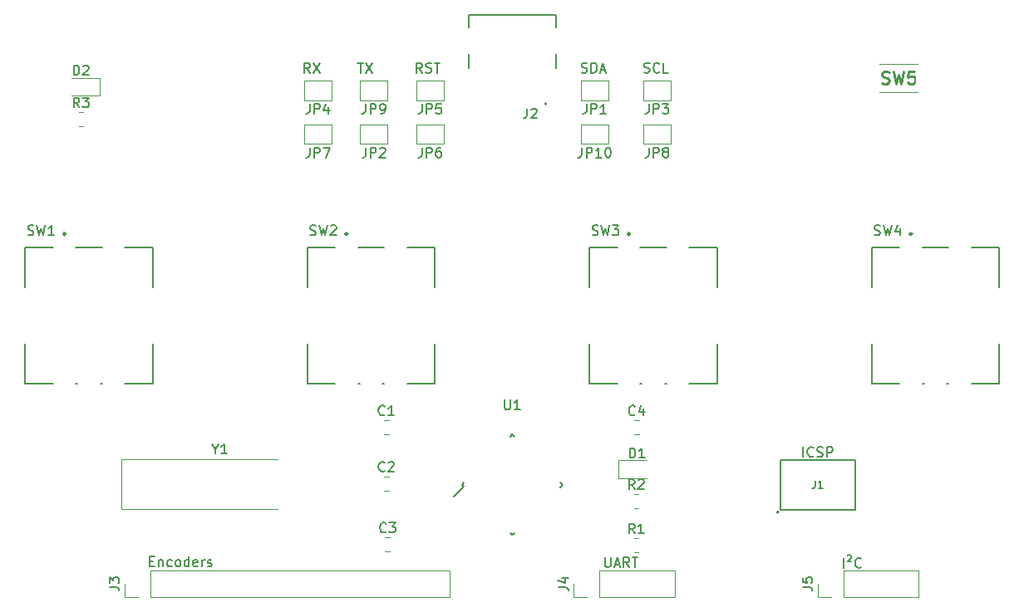
<source format=gto>
%TF.GenerationSoftware,KiCad,Pcbnew,(5.1.10)-1*%
%TF.CreationDate,2021-08-25T15:30:51+02:00*%
%TF.ProjectId,Console,436f6e73-6f6c-4652-9e6b-696361645f70,v01*%
%TF.SameCoordinates,Original*%
%TF.FileFunction,Legend,Top*%
%TF.FilePolarity,Positive*%
%FSLAX46Y46*%
G04 Gerber Fmt 4.6, Leading zero omitted, Abs format (unit mm)*
G04 Created by KiCad (PCBNEW (5.1.10)-1) date 2021-08-25 15:30:51*
%MOMM*%
%LPD*%
G01*
G04 APERTURE LIST*
%ADD10C,0.150000*%
%ADD11C,0.120000*%
%ADD12C,0.127000*%
%ADD13C,0.200000*%
%ADD14C,0.100000*%
%ADD15C,0.250000*%
%ADD16C,0.254000*%
%ADD17C,5.400000*%
%ADD18R,1.000000X1.500000*%
%ADD19C,1.700000*%
%ADD20R,1.700000X1.700000*%
%ADD21R,0.800000X2.000000*%
%ADD22O,1.700000X1.700000*%
%ADD23R,1.550000X1.550000*%
%ADD24C,1.550000*%
%ADD25R,7.875000X2.000000*%
%ADD26R,0.600000X1.450000*%
%ADD27R,0.300000X1.450000*%
%ADD28O,1.050000X2.100000*%
%ADD29C,0.700000*%
G04 APERTURE END LIST*
D10*
X109315642Y-120832571D02*
X109648976Y-120832571D01*
X109791833Y-121356380D02*
X109315642Y-121356380D01*
X109315642Y-120356380D01*
X109791833Y-120356380D01*
X110220404Y-120689714D02*
X110220404Y-121356380D01*
X110220404Y-120784952D02*
X110268023Y-120737333D01*
X110363261Y-120689714D01*
X110506119Y-120689714D01*
X110601357Y-120737333D01*
X110648976Y-120832571D01*
X110648976Y-121356380D01*
X111553738Y-121308761D02*
X111458500Y-121356380D01*
X111268023Y-121356380D01*
X111172785Y-121308761D01*
X111125166Y-121261142D01*
X111077547Y-121165904D01*
X111077547Y-120880190D01*
X111125166Y-120784952D01*
X111172785Y-120737333D01*
X111268023Y-120689714D01*
X111458500Y-120689714D01*
X111553738Y-120737333D01*
X112125166Y-121356380D02*
X112029928Y-121308761D01*
X111982309Y-121261142D01*
X111934690Y-121165904D01*
X111934690Y-120880190D01*
X111982309Y-120784952D01*
X112029928Y-120737333D01*
X112125166Y-120689714D01*
X112268023Y-120689714D01*
X112363261Y-120737333D01*
X112410880Y-120784952D01*
X112458499Y-120880190D01*
X112458499Y-121165904D01*
X112410880Y-121261142D01*
X112363261Y-121308761D01*
X112268023Y-121356380D01*
X112125166Y-121356380D01*
X113315642Y-121356380D02*
X113315642Y-120356380D01*
X113315642Y-121308761D02*
X113220404Y-121356380D01*
X113029928Y-121356380D01*
X112934690Y-121308761D01*
X112887071Y-121261142D01*
X112839452Y-121165904D01*
X112839452Y-120880190D01*
X112887071Y-120784952D01*
X112934690Y-120737333D01*
X113029928Y-120689714D01*
X113220404Y-120689714D01*
X113315642Y-120737333D01*
X114172785Y-121308761D02*
X114077547Y-121356380D01*
X113887071Y-121356380D01*
X113791833Y-121308761D01*
X113744214Y-121213523D01*
X113744214Y-120832571D01*
X113791833Y-120737333D01*
X113887071Y-120689714D01*
X114077547Y-120689714D01*
X114172785Y-120737333D01*
X114220404Y-120832571D01*
X114220404Y-120927809D01*
X113744214Y-121023047D01*
X114648976Y-121356380D02*
X114648976Y-120689714D01*
X114648976Y-120880190D02*
X114696595Y-120784952D01*
X114744214Y-120737333D01*
X114839452Y-120689714D01*
X114934690Y-120689714D01*
X115220404Y-121308761D02*
X115315642Y-121356380D01*
X115506119Y-121356380D01*
X115601357Y-121308761D01*
X115648976Y-121213523D01*
X115648976Y-121165904D01*
X115601357Y-121070666D01*
X115506119Y-121023047D01*
X115363261Y-121023047D01*
X115268023Y-120975428D01*
X115220404Y-120880190D01*
X115220404Y-120832571D01*
X115268023Y-120737333D01*
X115363261Y-120689714D01*
X115506119Y-120689714D01*
X115601357Y-120737333D01*
X155694261Y-120419880D02*
X155694261Y-121229404D01*
X155741880Y-121324642D01*
X155789500Y-121372261D01*
X155884738Y-121419880D01*
X156075214Y-121419880D01*
X156170452Y-121372261D01*
X156218071Y-121324642D01*
X156265690Y-121229404D01*
X156265690Y-120419880D01*
X156694261Y-121134166D02*
X157170452Y-121134166D01*
X156599023Y-121419880D02*
X156932357Y-120419880D01*
X157265690Y-121419880D01*
X158170452Y-121419880D02*
X157837119Y-120943690D01*
X157599023Y-121419880D02*
X157599023Y-120419880D01*
X157979976Y-120419880D01*
X158075214Y-120467500D01*
X158122833Y-120515119D01*
X158170452Y-120610357D01*
X158170452Y-120753214D01*
X158122833Y-120848452D01*
X158075214Y-120896071D01*
X157979976Y-120943690D01*
X157599023Y-120943690D01*
X158456166Y-120419880D02*
X159027595Y-120419880D01*
X158741880Y-121419880D02*
X158741880Y-120419880D01*
X179967047Y-121483380D02*
X179967047Y-120483380D01*
X180395619Y-120245285D02*
X180490857Y-120197666D01*
X180633714Y-120197666D01*
X180728952Y-120245285D01*
X180776571Y-120340523D01*
X180776571Y-120435761D01*
X180728952Y-120531000D01*
X180395619Y-120864333D01*
X180776571Y-120864333D01*
X181776571Y-121388142D02*
X181728952Y-121435761D01*
X181586095Y-121483380D01*
X181490857Y-121483380D01*
X181348000Y-121435761D01*
X181252761Y-121340523D01*
X181205142Y-121245285D01*
X181157523Y-121054809D01*
X181157523Y-120911952D01*
X181205142Y-120721476D01*
X181252761Y-120626238D01*
X181348000Y-120531000D01*
X181490857Y-120483380D01*
X181586095Y-120483380D01*
X181728952Y-120531000D01*
X181776571Y-120578619D01*
X137069580Y-71013580D02*
X136736247Y-70537390D01*
X136498152Y-71013580D02*
X136498152Y-70013580D01*
X136879104Y-70013580D01*
X136974342Y-70061200D01*
X137021961Y-70108819D01*
X137069580Y-70204057D01*
X137069580Y-70346914D01*
X137021961Y-70442152D01*
X136974342Y-70489771D01*
X136879104Y-70537390D01*
X136498152Y-70537390D01*
X137450533Y-70965961D02*
X137593390Y-71013580D01*
X137831485Y-71013580D01*
X137926723Y-70965961D01*
X137974342Y-70918342D01*
X138021961Y-70823104D01*
X138021961Y-70727866D01*
X137974342Y-70632628D01*
X137926723Y-70585009D01*
X137831485Y-70537390D01*
X137641009Y-70489771D01*
X137545771Y-70442152D01*
X137498152Y-70394533D01*
X137450533Y-70299295D01*
X137450533Y-70204057D01*
X137498152Y-70108819D01*
X137545771Y-70061200D01*
X137641009Y-70013580D01*
X137879104Y-70013580D01*
X138021961Y-70061200D01*
X138307676Y-70013580D02*
X138879104Y-70013580D01*
X138593390Y-71013580D02*
X138593390Y-70013580D01*
X130505295Y-70013580D02*
X131076723Y-70013580D01*
X130791009Y-71013580D02*
X130791009Y-70013580D01*
X131314819Y-70013580D02*
X131981485Y-71013580D01*
X131981485Y-70013580D02*
X131314819Y-71013580D01*
X125639533Y-71013580D02*
X125306200Y-70537390D01*
X125068104Y-71013580D02*
X125068104Y-70013580D01*
X125449057Y-70013580D01*
X125544295Y-70061200D01*
X125591914Y-70108819D01*
X125639533Y-70204057D01*
X125639533Y-70346914D01*
X125591914Y-70442152D01*
X125544295Y-70489771D01*
X125449057Y-70537390D01*
X125068104Y-70537390D01*
X125972866Y-70013580D02*
X126639533Y-71013580D01*
X126639533Y-70013580D02*
X125972866Y-71013580D01*
X159667723Y-70965961D02*
X159810580Y-71013580D01*
X160048676Y-71013580D01*
X160143914Y-70965961D01*
X160191533Y-70918342D01*
X160239152Y-70823104D01*
X160239152Y-70727866D01*
X160191533Y-70632628D01*
X160143914Y-70585009D01*
X160048676Y-70537390D01*
X159858200Y-70489771D01*
X159762961Y-70442152D01*
X159715342Y-70394533D01*
X159667723Y-70299295D01*
X159667723Y-70204057D01*
X159715342Y-70108819D01*
X159762961Y-70061200D01*
X159858200Y-70013580D01*
X160096295Y-70013580D01*
X160239152Y-70061200D01*
X161239152Y-70918342D02*
X161191533Y-70965961D01*
X161048676Y-71013580D01*
X160953438Y-71013580D01*
X160810580Y-70965961D01*
X160715342Y-70870723D01*
X160667723Y-70775485D01*
X160620104Y-70585009D01*
X160620104Y-70442152D01*
X160667723Y-70251676D01*
X160715342Y-70156438D01*
X160810580Y-70061200D01*
X160953438Y-70013580D01*
X161048676Y-70013580D01*
X161191533Y-70061200D01*
X161239152Y-70108819D01*
X162143914Y-71013580D02*
X161667723Y-71013580D01*
X161667723Y-70013580D01*
X153293914Y-70965961D02*
X153436771Y-71013580D01*
X153674866Y-71013580D01*
X153770104Y-70965961D01*
X153817723Y-70918342D01*
X153865342Y-70823104D01*
X153865342Y-70727866D01*
X153817723Y-70632628D01*
X153770104Y-70585009D01*
X153674866Y-70537390D01*
X153484390Y-70489771D01*
X153389152Y-70442152D01*
X153341533Y-70394533D01*
X153293914Y-70299295D01*
X153293914Y-70204057D01*
X153341533Y-70108819D01*
X153389152Y-70061200D01*
X153484390Y-70013580D01*
X153722485Y-70013580D01*
X153865342Y-70061200D01*
X154293914Y-71013580D02*
X154293914Y-70013580D01*
X154532009Y-70013580D01*
X154674866Y-70061200D01*
X154770104Y-70156438D01*
X154817723Y-70251676D01*
X154865342Y-70442152D01*
X154865342Y-70585009D01*
X154817723Y-70775485D01*
X154770104Y-70870723D01*
X154674866Y-70965961D01*
X154532009Y-71013580D01*
X154293914Y-71013580D01*
X155246295Y-70727866D02*
X155722485Y-70727866D01*
X155151057Y-71013580D02*
X155484390Y-70013580D01*
X155817723Y-71013580D01*
D11*
%TO.C,C1*%
X133152748Y-107923000D02*
X133675252Y-107923000D01*
X133152748Y-106453000D02*
X133675252Y-106453000D01*
%TO.C,JP8*%
X159585000Y-76292200D02*
X162385000Y-76292200D01*
X162385000Y-76292200D02*
X162385000Y-78292200D01*
X162385000Y-78292200D02*
X159585000Y-78292200D01*
X159585000Y-78292200D02*
X159585000Y-76292200D01*
D12*
%TO.C,J1*%
X173546000Y-110490000D02*
X181166000Y-110490000D01*
X181166000Y-110490000D02*
X181166000Y-115570000D01*
X181166000Y-115570000D02*
X173546000Y-115570000D01*
X173546000Y-115570000D02*
X173546000Y-110490000D01*
D13*
X173392000Y-115824000D02*
G75*
G03*
X173392000Y-115824000I-100000J0D01*
G01*
D11*
%TO.C,C2*%
X133152748Y-112169000D02*
X133675252Y-112169000D01*
X133152748Y-113639000D02*
X133675252Y-113639000D01*
D14*
%TO.C,SW5*%
X183644000Y-70114500D02*
X187544000Y-70114500D01*
X183644000Y-73014500D02*
X187544000Y-73014500D01*
D11*
%TO.C,R2*%
X158649936Y-115417000D02*
X159104064Y-115417000D01*
X158649936Y-113947000D02*
X159104064Y-113947000D01*
%TO.C,J4*%
X162780000Y-124456000D02*
X162780000Y-121796000D01*
X155100000Y-124456000D02*
X162780000Y-124456000D01*
X155100000Y-121796000D02*
X162780000Y-121796000D01*
X155100000Y-124456000D02*
X155100000Y-121796000D01*
X153830000Y-124456000D02*
X152500000Y-124456000D01*
X152500000Y-124456000D02*
X152500000Y-123126000D01*
%TO.C,JP1*%
X156035000Y-71847200D02*
X156035000Y-73847200D01*
X153235000Y-71847200D02*
X156035000Y-71847200D01*
X153235000Y-73847200D02*
X153235000Y-71847200D01*
X156035000Y-73847200D02*
X153235000Y-73847200D01*
%TO.C,JP3*%
X162385000Y-73847200D02*
X159585000Y-73847200D01*
X159585000Y-73847200D02*
X159585000Y-71847200D01*
X159585000Y-71847200D02*
X162385000Y-71847200D01*
X162385000Y-71847200D02*
X162385000Y-73847200D01*
%TO.C,JP10*%
X153235000Y-76292200D02*
X156035000Y-76292200D01*
X156035000Y-76292200D02*
X156035000Y-78292200D01*
X156035000Y-78292200D02*
X153235000Y-78292200D01*
X153235000Y-78292200D02*
X153235000Y-76292200D01*
%TO.C,JP2*%
X130756000Y-78292200D02*
X130756000Y-76292200D01*
X133556000Y-78292200D02*
X130756000Y-78292200D01*
X133556000Y-76292200D02*
X133556000Y-78292200D01*
X130756000Y-76292200D02*
X133556000Y-76292200D01*
%TO.C,JP9*%
X133541000Y-71847200D02*
X133541000Y-73847200D01*
X130741000Y-71847200D02*
X133541000Y-71847200D01*
X130741000Y-73847200D02*
X130741000Y-71847200D01*
X133541000Y-73847200D02*
X130741000Y-73847200D01*
%TO.C,D1*%
X157055000Y-112352000D02*
X159940000Y-112352000D01*
X157055000Y-110532000D02*
X157055000Y-112352000D01*
X159940000Y-110532000D02*
X157055000Y-110532000D01*
%TO.C,J3*%
X139887000Y-124456000D02*
X139887000Y-121796000D01*
X109347000Y-124456000D02*
X139887000Y-124456000D01*
X109347000Y-121796000D02*
X139887000Y-121796000D01*
X109347000Y-124456000D02*
X109347000Y-121796000D01*
X108077000Y-124456000D02*
X106747000Y-124456000D01*
X106747000Y-124456000D02*
X106747000Y-123126000D01*
%TO.C,J5*%
X187639000Y-124456000D02*
X187639000Y-121796000D01*
X179959000Y-124456000D02*
X187639000Y-124456000D01*
X179959000Y-121796000D02*
X187639000Y-121796000D01*
X179959000Y-124456000D02*
X179959000Y-121796000D01*
X178689000Y-124456000D02*
X177359000Y-124456000D01*
X177359000Y-124456000D02*
X177359000Y-123126000D01*
D10*
%TO.C,SW1*%
X96624000Y-88823800D02*
X99474000Y-88823800D01*
X101774000Y-88823800D02*
X104474000Y-88823800D01*
X106774000Y-88823800D02*
X109624000Y-88823800D01*
X109624000Y-102723800D02*
X109624000Y-98648800D01*
X109624000Y-92898800D02*
X109624000Y-88823800D01*
X96624000Y-102723800D02*
X99474000Y-102723800D01*
X101774000Y-102723800D02*
X101974000Y-102723800D01*
X104274000Y-102723800D02*
X104474000Y-102723800D01*
X106774000Y-102723800D02*
X109624000Y-102723800D01*
X96624000Y-102723800D02*
X96624000Y-98648800D01*
X96624000Y-92898800D02*
X96624000Y-88823800D01*
D15*
X100749000Y-87448800D02*
G75*
G03*
X100749000Y-87448800I-125000J0D01*
G01*
D11*
%TO.C,Y1*%
X122359000Y-110416000D02*
X106384000Y-110416000D01*
X106384000Y-110416000D02*
X106384000Y-115516000D01*
X106384000Y-115516000D02*
X122359000Y-115516000D01*
D12*
%TO.C,J2*%
X150723000Y-70577200D02*
X150723000Y-69137200D01*
X141783000Y-70577200D02*
X141783000Y-69137200D01*
X141783000Y-66397200D02*
X141783000Y-65167200D01*
X141783000Y-65167200D02*
X150723000Y-65167200D01*
X150723000Y-65167200D02*
X150723000Y-66397200D01*
D13*
X149753000Y-74167200D02*
G75*
G03*
X149753000Y-74167200I-100000J0D01*
G01*
D11*
%TO.C,C3*%
X133278748Y-119861000D02*
X133801252Y-119861000D01*
X133278748Y-118391000D02*
X133801252Y-118391000D01*
%TO.C,JP4*%
X125041000Y-71847200D02*
X127841000Y-71847200D01*
X127841000Y-71847200D02*
X127841000Y-73847200D01*
X127841000Y-73847200D02*
X125041000Y-73847200D01*
X125041000Y-73847200D02*
X125041000Y-71847200D01*
%TO.C,R1*%
X158649936Y-119925000D02*
X159104064Y-119925000D01*
X158649936Y-118455000D02*
X159104064Y-118455000D01*
%TO.C,JP5*%
X139271000Y-71847200D02*
X139271000Y-73847200D01*
X136471000Y-71847200D02*
X139271000Y-71847200D01*
X136471000Y-73847200D02*
X136471000Y-71847200D01*
X139271000Y-73847200D02*
X136471000Y-73847200D01*
%TO.C,JP6*%
X136471000Y-76292200D02*
X139271000Y-76292200D01*
X139271000Y-76292200D02*
X139271000Y-78292200D01*
X139271000Y-78292200D02*
X136471000Y-78292200D01*
X136471000Y-78292200D02*
X136471000Y-76292200D01*
%TO.C,JP7*%
X127841000Y-78292200D02*
X125041000Y-78292200D01*
X125041000Y-78292200D02*
X125041000Y-76292200D01*
X125041000Y-76292200D02*
X127841000Y-76292200D01*
X127841000Y-76292200D02*
X127841000Y-78292200D01*
D10*
%TO.C,U1*%
X141113476Y-113030000D02*
X141272575Y-113189099D01*
X146240000Y-107903476D02*
X146469810Y-108133286D01*
X151366524Y-113030000D02*
X151136714Y-112800190D01*
X146240000Y-118156524D02*
X146010190Y-117926714D01*
X141113476Y-113030000D02*
X141343286Y-112800190D01*
X146240000Y-118156524D02*
X146469810Y-117926714D01*
X151366524Y-113030000D02*
X151136714Y-113259810D01*
X146240000Y-107903476D02*
X146010190Y-108133286D01*
X141272575Y-113189099D02*
X140264948Y-114196726D01*
D15*
%TO.C,SW2*%
X129493000Y-87448800D02*
G75*
G03*
X129493000Y-87448800I-125000J0D01*
G01*
D10*
X125368000Y-92898800D02*
X125368000Y-88823800D01*
X125368000Y-102723800D02*
X125368000Y-98648800D01*
X135518000Y-102723800D02*
X138368000Y-102723800D01*
X133018000Y-102723800D02*
X133218000Y-102723800D01*
X130518000Y-102723800D02*
X130718000Y-102723800D01*
X125368000Y-102723800D02*
X128218000Y-102723800D01*
X138368000Y-92898800D02*
X138368000Y-88823800D01*
X138368000Y-102723800D02*
X138368000Y-98648800D01*
X135518000Y-88823800D02*
X138368000Y-88823800D01*
X130518000Y-88823800D02*
X133218000Y-88823800D01*
X125368000Y-88823800D02*
X128218000Y-88823800D01*
D11*
%TO.C,D2*%
X101314000Y-73363500D02*
X104199000Y-73363500D01*
X104199000Y-73363500D02*
X104199000Y-71543500D01*
X104199000Y-71543500D02*
X101314000Y-71543500D01*
%TO.C,R3*%
X102541064Y-76490500D02*
X102086936Y-76490500D01*
X102541064Y-75020500D02*
X102086936Y-75020500D01*
D10*
%TO.C,SW3*%
X154113000Y-88823800D02*
X156963000Y-88823800D01*
X159263000Y-88823800D02*
X161963000Y-88823800D01*
X164263000Y-88823800D02*
X167113000Y-88823800D01*
X167113000Y-102723800D02*
X167113000Y-98648800D01*
X167113000Y-92898800D02*
X167113000Y-88823800D01*
X154113000Y-102723800D02*
X156963000Y-102723800D01*
X159263000Y-102723800D02*
X159463000Y-102723800D01*
X161763000Y-102723800D02*
X161963000Y-102723800D01*
X164263000Y-102723800D02*
X167113000Y-102723800D01*
X154113000Y-102723800D02*
X154113000Y-98648800D01*
X154113000Y-92898800D02*
X154113000Y-88823800D01*
D15*
X158238000Y-87448800D02*
G75*
G03*
X158238000Y-87448800I-125000J0D01*
G01*
%TO.C,SW4*%
X186982000Y-87448800D02*
G75*
G03*
X186982000Y-87448800I-125000J0D01*
G01*
D10*
X182857000Y-92898800D02*
X182857000Y-88823800D01*
X182857000Y-102723800D02*
X182857000Y-98648800D01*
X193007000Y-102723800D02*
X195857000Y-102723800D01*
X190507000Y-102723800D02*
X190707000Y-102723800D01*
X188007000Y-102723800D02*
X188207000Y-102723800D01*
X182857000Y-102723800D02*
X185707000Y-102723800D01*
X195857000Y-92898800D02*
X195857000Y-88823800D01*
X195857000Y-102723800D02*
X195857000Y-98648800D01*
X193007000Y-88823800D02*
X195857000Y-88823800D01*
X188007000Y-88823800D02*
X190707000Y-88823800D01*
X182857000Y-88823800D02*
X185707000Y-88823800D01*
D11*
%TO.C,C4*%
X158657748Y-106453000D02*
X159180252Y-106453000D01*
X158657748Y-107923000D02*
X159180252Y-107923000D01*
%TO.C,C1*%
D10*
X133247333Y-105865142D02*
X133199714Y-105912761D01*
X133056857Y-105960380D01*
X132961619Y-105960380D01*
X132818761Y-105912761D01*
X132723523Y-105817523D01*
X132675904Y-105722285D01*
X132628285Y-105531809D01*
X132628285Y-105388952D01*
X132675904Y-105198476D01*
X132723523Y-105103238D01*
X132818761Y-105008000D01*
X132961619Y-104960380D01*
X133056857Y-104960380D01*
X133199714Y-105008000D01*
X133247333Y-105055619D01*
X134199714Y-105960380D02*
X133628285Y-105960380D01*
X133914000Y-105960380D02*
X133914000Y-104960380D01*
X133818761Y-105103238D01*
X133723523Y-105198476D01*
X133628285Y-105246095D01*
%TO.C,JP8*%
X160151666Y-78649580D02*
X160151666Y-79363866D01*
X160104047Y-79506723D01*
X160008809Y-79601961D01*
X159865952Y-79649580D01*
X159770714Y-79649580D01*
X160627857Y-79649580D02*
X160627857Y-78649580D01*
X161008809Y-78649580D01*
X161104047Y-78697200D01*
X161151666Y-78744819D01*
X161199285Y-78840057D01*
X161199285Y-78982914D01*
X161151666Y-79078152D01*
X161104047Y-79125771D01*
X161008809Y-79173390D01*
X160627857Y-79173390D01*
X161770714Y-79078152D02*
X161675476Y-79030533D01*
X161627857Y-78982914D01*
X161580238Y-78887676D01*
X161580238Y-78840057D01*
X161627857Y-78744819D01*
X161675476Y-78697200D01*
X161770714Y-78649580D01*
X161961190Y-78649580D01*
X162056428Y-78697200D01*
X162104047Y-78744819D01*
X162151666Y-78840057D01*
X162151666Y-78887676D01*
X162104047Y-78982914D01*
X162056428Y-79030533D01*
X161961190Y-79078152D01*
X161770714Y-79078152D01*
X161675476Y-79125771D01*
X161627857Y-79173390D01*
X161580238Y-79268628D01*
X161580238Y-79459104D01*
X161627857Y-79554342D01*
X161675476Y-79601961D01*
X161770714Y-79649580D01*
X161961190Y-79649580D01*
X162056428Y-79601961D01*
X162104047Y-79554342D01*
X162151666Y-79459104D01*
X162151666Y-79268628D01*
X162104047Y-79173390D01*
X162056428Y-79125771D01*
X161961190Y-79078152D01*
%TO.C,J1*%
X177093532Y-112598803D02*
X177093532Y-113161233D01*
X177056037Y-113273719D01*
X176981046Y-113348710D01*
X176868560Y-113386205D01*
X176793570Y-113386205D01*
X177880934Y-113386205D02*
X177430990Y-113386205D01*
X177655962Y-113386205D02*
X177655962Y-112598803D01*
X177580972Y-112711289D01*
X177505981Y-112786280D01*
X177430990Y-112823775D01*
X175879809Y-110180380D02*
X175879809Y-109180380D01*
X176927428Y-110085142D02*
X176879809Y-110132761D01*
X176736952Y-110180380D01*
X176641714Y-110180380D01*
X176498857Y-110132761D01*
X176403619Y-110037523D01*
X176356000Y-109942285D01*
X176308380Y-109751809D01*
X176308380Y-109608952D01*
X176356000Y-109418476D01*
X176403619Y-109323238D01*
X176498857Y-109228000D01*
X176641714Y-109180380D01*
X176736952Y-109180380D01*
X176879809Y-109228000D01*
X176927428Y-109275619D01*
X177308380Y-110132761D02*
X177451238Y-110180380D01*
X177689333Y-110180380D01*
X177784571Y-110132761D01*
X177832190Y-110085142D01*
X177879809Y-109989904D01*
X177879809Y-109894666D01*
X177832190Y-109799428D01*
X177784571Y-109751809D01*
X177689333Y-109704190D01*
X177498857Y-109656571D01*
X177403619Y-109608952D01*
X177356000Y-109561333D01*
X177308380Y-109466095D01*
X177308380Y-109370857D01*
X177356000Y-109275619D01*
X177403619Y-109228000D01*
X177498857Y-109180380D01*
X177736952Y-109180380D01*
X177879809Y-109228000D01*
X178308380Y-110180380D02*
X178308380Y-109180380D01*
X178689333Y-109180380D01*
X178784571Y-109228000D01*
X178832190Y-109275619D01*
X178879809Y-109370857D01*
X178879809Y-109513714D01*
X178832190Y-109608952D01*
X178784571Y-109656571D01*
X178689333Y-109704190D01*
X178308380Y-109704190D01*
%TO.C,C2*%
X133247333Y-111581142D02*
X133199714Y-111628761D01*
X133056857Y-111676380D01*
X132961619Y-111676380D01*
X132818761Y-111628761D01*
X132723523Y-111533523D01*
X132675904Y-111438285D01*
X132628285Y-111247809D01*
X132628285Y-111104952D01*
X132675904Y-110914476D01*
X132723523Y-110819238D01*
X132818761Y-110724000D01*
X132961619Y-110676380D01*
X133056857Y-110676380D01*
X133199714Y-110724000D01*
X133247333Y-110771619D01*
X133628285Y-110771619D02*
X133675904Y-110724000D01*
X133771142Y-110676380D01*
X134009238Y-110676380D01*
X134104476Y-110724000D01*
X134152095Y-110771619D01*
X134199714Y-110866857D01*
X134199714Y-110962095D01*
X134152095Y-111104952D01*
X133580666Y-111676380D01*
X134199714Y-111676380D01*
%TO.C,SW5*%
D16*
X183900666Y-72078547D02*
X184082095Y-72139023D01*
X184384476Y-72139023D01*
X184505428Y-72078547D01*
X184565904Y-72018071D01*
X184626380Y-71897119D01*
X184626380Y-71776166D01*
X184565904Y-71655214D01*
X184505428Y-71594738D01*
X184384476Y-71534261D01*
X184142571Y-71473785D01*
X184021619Y-71413309D01*
X183961142Y-71352833D01*
X183900666Y-71231880D01*
X183900666Y-71110928D01*
X183961142Y-70989976D01*
X184021619Y-70929500D01*
X184142571Y-70869023D01*
X184444952Y-70869023D01*
X184626380Y-70929500D01*
X185049714Y-70869023D02*
X185352095Y-72139023D01*
X185594000Y-71231880D01*
X185835904Y-72139023D01*
X186138285Y-70869023D01*
X187226857Y-70869023D02*
X186622095Y-70869023D01*
X186561619Y-71473785D01*
X186622095Y-71413309D01*
X186743047Y-71352833D01*
X187045428Y-71352833D01*
X187166380Y-71413309D01*
X187226857Y-71473785D01*
X187287333Y-71594738D01*
X187287333Y-71897119D01*
X187226857Y-72018071D01*
X187166380Y-72078547D01*
X187045428Y-72139023D01*
X186743047Y-72139023D01*
X186622095Y-72078547D01*
X186561619Y-72018071D01*
%TO.C,R2*%
D10*
X158710333Y-113484380D02*
X158377000Y-113008190D01*
X158138904Y-113484380D02*
X158138904Y-112484380D01*
X158519857Y-112484380D01*
X158615095Y-112532000D01*
X158662714Y-112579619D01*
X158710333Y-112674857D01*
X158710333Y-112817714D01*
X158662714Y-112912952D01*
X158615095Y-112960571D01*
X158519857Y-113008190D01*
X158138904Y-113008190D01*
X159091285Y-112579619D02*
X159138904Y-112532000D01*
X159234142Y-112484380D01*
X159472238Y-112484380D01*
X159567476Y-112532000D01*
X159615095Y-112579619D01*
X159662714Y-112674857D01*
X159662714Y-112770095D01*
X159615095Y-112912952D01*
X159043666Y-113484380D01*
X159662714Y-113484380D01*
%TO.C,J4*%
X150952380Y-123459333D02*
X151666666Y-123459333D01*
X151809523Y-123506952D01*
X151904761Y-123602190D01*
X151952380Y-123745047D01*
X151952380Y-123840285D01*
X151285714Y-122554571D02*
X151952380Y-122554571D01*
X150904761Y-122792666D02*
X151619047Y-123030761D01*
X151619047Y-122411714D01*
%TO.C,JP1*%
X153801666Y-74204580D02*
X153801666Y-74918866D01*
X153754047Y-75061723D01*
X153658809Y-75156961D01*
X153515952Y-75204580D01*
X153420714Y-75204580D01*
X154277857Y-75204580D02*
X154277857Y-74204580D01*
X154658809Y-74204580D01*
X154754047Y-74252200D01*
X154801666Y-74299819D01*
X154849285Y-74395057D01*
X154849285Y-74537914D01*
X154801666Y-74633152D01*
X154754047Y-74680771D01*
X154658809Y-74728390D01*
X154277857Y-74728390D01*
X155801666Y-75204580D02*
X155230238Y-75204580D01*
X155515952Y-75204580D02*
X155515952Y-74204580D01*
X155420714Y-74347438D01*
X155325476Y-74442676D01*
X155230238Y-74490295D01*
%TO.C,JP3*%
X160151666Y-74204580D02*
X160151666Y-74918866D01*
X160104047Y-75061723D01*
X160008809Y-75156961D01*
X159865952Y-75204580D01*
X159770714Y-75204580D01*
X160627857Y-75204580D02*
X160627857Y-74204580D01*
X161008809Y-74204580D01*
X161104047Y-74252200D01*
X161151666Y-74299819D01*
X161199285Y-74395057D01*
X161199285Y-74537914D01*
X161151666Y-74633152D01*
X161104047Y-74680771D01*
X161008809Y-74728390D01*
X160627857Y-74728390D01*
X161532619Y-74204580D02*
X162151666Y-74204580D01*
X161818333Y-74585533D01*
X161961190Y-74585533D01*
X162056428Y-74633152D01*
X162104047Y-74680771D01*
X162151666Y-74776009D01*
X162151666Y-75014104D01*
X162104047Y-75109342D01*
X162056428Y-75156961D01*
X161961190Y-75204580D01*
X161675476Y-75204580D01*
X161580238Y-75156961D01*
X161532619Y-75109342D01*
%TO.C,JP10*%
X153325476Y-78649580D02*
X153325476Y-79363866D01*
X153277857Y-79506723D01*
X153182619Y-79601961D01*
X153039761Y-79649580D01*
X152944523Y-79649580D01*
X153801666Y-79649580D02*
X153801666Y-78649580D01*
X154182619Y-78649580D01*
X154277857Y-78697200D01*
X154325476Y-78744819D01*
X154373095Y-78840057D01*
X154373095Y-78982914D01*
X154325476Y-79078152D01*
X154277857Y-79125771D01*
X154182619Y-79173390D01*
X153801666Y-79173390D01*
X155325476Y-79649580D02*
X154754047Y-79649580D01*
X155039761Y-79649580D02*
X155039761Y-78649580D01*
X154944523Y-78792438D01*
X154849285Y-78887676D01*
X154754047Y-78935295D01*
X155944523Y-78649580D02*
X156039761Y-78649580D01*
X156135000Y-78697200D01*
X156182619Y-78744819D01*
X156230238Y-78840057D01*
X156277857Y-79030533D01*
X156277857Y-79268628D01*
X156230238Y-79459104D01*
X156182619Y-79554342D01*
X156135000Y-79601961D01*
X156039761Y-79649580D01*
X155944523Y-79649580D01*
X155849285Y-79601961D01*
X155801666Y-79554342D01*
X155754047Y-79459104D01*
X155706428Y-79268628D01*
X155706428Y-79030533D01*
X155754047Y-78840057D01*
X155801666Y-78744819D01*
X155849285Y-78697200D01*
X155944523Y-78649580D01*
%TO.C,JP2*%
X131322666Y-78649580D02*
X131322666Y-79363866D01*
X131275047Y-79506723D01*
X131179809Y-79601961D01*
X131036952Y-79649580D01*
X130941714Y-79649580D01*
X131798857Y-79649580D02*
X131798857Y-78649580D01*
X132179809Y-78649580D01*
X132275047Y-78697200D01*
X132322666Y-78744819D01*
X132370285Y-78840057D01*
X132370285Y-78982914D01*
X132322666Y-79078152D01*
X132275047Y-79125771D01*
X132179809Y-79173390D01*
X131798857Y-79173390D01*
X132751238Y-78744819D02*
X132798857Y-78697200D01*
X132894095Y-78649580D01*
X133132190Y-78649580D01*
X133227428Y-78697200D01*
X133275047Y-78744819D01*
X133322666Y-78840057D01*
X133322666Y-78935295D01*
X133275047Y-79078152D01*
X132703619Y-79649580D01*
X133322666Y-79649580D01*
%TO.C,JP9*%
X131307666Y-74204580D02*
X131307666Y-74918866D01*
X131260047Y-75061723D01*
X131164809Y-75156961D01*
X131021952Y-75204580D01*
X130926714Y-75204580D01*
X131783857Y-75204580D02*
X131783857Y-74204580D01*
X132164809Y-74204580D01*
X132260047Y-74252200D01*
X132307666Y-74299819D01*
X132355285Y-74395057D01*
X132355285Y-74537914D01*
X132307666Y-74633152D01*
X132260047Y-74680771D01*
X132164809Y-74728390D01*
X131783857Y-74728390D01*
X132831476Y-75204580D02*
X133021952Y-75204580D01*
X133117190Y-75156961D01*
X133164809Y-75109342D01*
X133260047Y-74966485D01*
X133307666Y-74776009D01*
X133307666Y-74395057D01*
X133260047Y-74299819D01*
X133212428Y-74252200D01*
X133117190Y-74204580D01*
X132926714Y-74204580D01*
X132831476Y-74252200D01*
X132783857Y-74299819D01*
X132736238Y-74395057D01*
X132736238Y-74633152D01*
X132783857Y-74728390D01*
X132831476Y-74776009D01*
X132926714Y-74823628D01*
X133117190Y-74823628D01*
X133212428Y-74776009D01*
X133260047Y-74728390D01*
X133307666Y-74633152D01*
%TO.C,D1*%
X158201904Y-110294380D02*
X158201904Y-109294380D01*
X158440000Y-109294380D01*
X158582857Y-109342000D01*
X158678095Y-109437238D01*
X158725714Y-109532476D01*
X158773333Y-109722952D01*
X158773333Y-109865809D01*
X158725714Y-110056285D01*
X158678095Y-110151523D01*
X158582857Y-110246761D01*
X158440000Y-110294380D01*
X158201904Y-110294380D01*
X159725714Y-110294380D02*
X159154285Y-110294380D01*
X159440000Y-110294380D02*
X159440000Y-109294380D01*
X159344761Y-109437238D01*
X159249523Y-109532476D01*
X159154285Y-109580095D01*
%TO.C,J3*%
X105199380Y-123459333D02*
X105913666Y-123459333D01*
X106056523Y-123506952D01*
X106151761Y-123602190D01*
X106199380Y-123745047D01*
X106199380Y-123840285D01*
X105199380Y-123078380D02*
X105199380Y-122459333D01*
X105580333Y-122792666D01*
X105580333Y-122649809D01*
X105627952Y-122554571D01*
X105675571Y-122506952D01*
X105770809Y-122459333D01*
X106008904Y-122459333D01*
X106104142Y-122506952D01*
X106151761Y-122554571D01*
X106199380Y-122649809D01*
X106199380Y-122935523D01*
X106151761Y-123030761D01*
X106104142Y-123078380D01*
%TO.C,J5*%
X175811380Y-123459333D02*
X176525666Y-123459333D01*
X176668523Y-123506952D01*
X176763761Y-123602190D01*
X176811380Y-123745047D01*
X176811380Y-123840285D01*
X175811380Y-122506952D02*
X175811380Y-122983142D01*
X176287571Y-123030761D01*
X176239952Y-122983142D01*
X176192333Y-122887904D01*
X176192333Y-122649809D01*
X176239952Y-122554571D01*
X176287571Y-122506952D01*
X176382809Y-122459333D01*
X176620904Y-122459333D01*
X176716142Y-122506952D01*
X176763761Y-122554571D01*
X176811380Y-122649809D01*
X176811380Y-122887904D01*
X176763761Y-122983142D01*
X176716142Y-123030761D01*
%TO.C,SW1*%
X96911976Y-87528561D02*
X97054833Y-87576180D01*
X97292928Y-87576180D01*
X97388166Y-87528561D01*
X97435785Y-87480942D01*
X97483404Y-87385704D01*
X97483404Y-87290466D01*
X97435785Y-87195228D01*
X97388166Y-87147609D01*
X97292928Y-87099990D01*
X97102452Y-87052371D01*
X97007214Y-87004752D01*
X96959595Y-86957133D01*
X96911976Y-86861895D01*
X96911976Y-86766657D01*
X96959595Y-86671419D01*
X97007214Y-86623800D01*
X97102452Y-86576180D01*
X97340547Y-86576180D01*
X97483404Y-86623800D01*
X97816738Y-86576180D02*
X98054833Y-87576180D01*
X98245309Y-86861895D01*
X98435785Y-87576180D01*
X98673880Y-86576180D01*
X99578642Y-87576180D02*
X99007214Y-87576180D01*
X99292928Y-87576180D02*
X99292928Y-86576180D01*
X99197690Y-86719038D01*
X99102452Y-86814276D01*
X99007214Y-86861895D01*
%TO.C,Y1*%
X115982809Y-109392190D02*
X115982809Y-109868380D01*
X115649476Y-108868380D02*
X115982809Y-109392190D01*
X116316142Y-108868380D01*
X117173285Y-109868380D02*
X116601857Y-109868380D01*
X116887571Y-109868380D02*
X116887571Y-108868380D01*
X116792333Y-109011238D01*
X116697095Y-109106476D01*
X116601857Y-109154095D01*
%TO.C,J2*%
X147744666Y-74654580D02*
X147744666Y-75368866D01*
X147697047Y-75511723D01*
X147601809Y-75606961D01*
X147458952Y-75654580D01*
X147363714Y-75654580D01*
X148173238Y-74749819D02*
X148220857Y-74702200D01*
X148316095Y-74654580D01*
X148554190Y-74654580D01*
X148649428Y-74702200D01*
X148697047Y-74749819D01*
X148744666Y-74845057D01*
X148744666Y-74940295D01*
X148697047Y-75083152D01*
X148125619Y-75654580D01*
X148744666Y-75654580D01*
%TO.C,C3*%
X133373333Y-117803142D02*
X133325714Y-117850761D01*
X133182857Y-117898380D01*
X133087619Y-117898380D01*
X132944761Y-117850761D01*
X132849523Y-117755523D01*
X132801904Y-117660285D01*
X132754285Y-117469809D01*
X132754285Y-117326952D01*
X132801904Y-117136476D01*
X132849523Y-117041238D01*
X132944761Y-116946000D01*
X133087619Y-116898380D01*
X133182857Y-116898380D01*
X133325714Y-116946000D01*
X133373333Y-116993619D01*
X133706666Y-116898380D02*
X134325714Y-116898380D01*
X133992380Y-117279333D01*
X134135238Y-117279333D01*
X134230476Y-117326952D01*
X134278095Y-117374571D01*
X134325714Y-117469809D01*
X134325714Y-117707904D01*
X134278095Y-117803142D01*
X134230476Y-117850761D01*
X134135238Y-117898380D01*
X133849523Y-117898380D01*
X133754285Y-117850761D01*
X133706666Y-117803142D01*
%TO.C,JP4*%
X125607666Y-74204580D02*
X125607666Y-74918866D01*
X125560047Y-75061723D01*
X125464809Y-75156961D01*
X125321952Y-75204580D01*
X125226714Y-75204580D01*
X126083857Y-75204580D02*
X126083857Y-74204580D01*
X126464809Y-74204580D01*
X126560047Y-74252200D01*
X126607666Y-74299819D01*
X126655285Y-74395057D01*
X126655285Y-74537914D01*
X126607666Y-74633152D01*
X126560047Y-74680771D01*
X126464809Y-74728390D01*
X126083857Y-74728390D01*
X127512428Y-74537914D02*
X127512428Y-75204580D01*
X127274333Y-74156961D02*
X127036238Y-74871247D01*
X127655285Y-74871247D01*
%TO.C,R1*%
X158710333Y-117992380D02*
X158377000Y-117516190D01*
X158138904Y-117992380D02*
X158138904Y-116992380D01*
X158519857Y-116992380D01*
X158615095Y-117040000D01*
X158662714Y-117087619D01*
X158710333Y-117182857D01*
X158710333Y-117325714D01*
X158662714Y-117420952D01*
X158615095Y-117468571D01*
X158519857Y-117516190D01*
X158138904Y-117516190D01*
X159662714Y-117992380D02*
X159091285Y-117992380D01*
X159377000Y-117992380D02*
X159377000Y-116992380D01*
X159281761Y-117135238D01*
X159186523Y-117230476D01*
X159091285Y-117278095D01*
%TO.C,JP5*%
X137037666Y-74204580D02*
X137037666Y-74918866D01*
X136990047Y-75061723D01*
X136894809Y-75156961D01*
X136751952Y-75204580D01*
X136656714Y-75204580D01*
X137513857Y-75204580D02*
X137513857Y-74204580D01*
X137894809Y-74204580D01*
X137990047Y-74252200D01*
X138037666Y-74299819D01*
X138085285Y-74395057D01*
X138085285Y-74537914D01*
X138037666Y-74633152D01*
X137990047Y-74680771D01*
X137894809Y-74728390D01*
X137513857Y-74728390D01*
X138990047Y-74204580D02*
X138513857Y-74204580D01*
X138466238Y-74680771D01*
X138513857Y-74633152D01*
X138609095Y-74585533D01*
X138847190Y-74585533D01*
X138942428Y-74633152D01*
X138990047Y-74680771D01*
X139037666Y-74776009D01*
X139037666Y-75014104D01*
X138990047Y-75109342D01*
X138942428Y-75156961D01*
X138847190Y-75204580D01*
X138609095Y-75204580D01*
X138513857Y-75156961D01*
X138466238Y-75109342D01*
%TO.C,JP6*%
X137037666Y-78649580D02*
X137037666Y-79363866D01*
X136990047Y-79506723D01*
X136894809Y-79601961D01*
X136751952Y-79649580D01*
X136656714Y-79649580D01*
X137513857Y-79649580D02*
X137513857Y-78649580D01*
X137894809Y-78649580D01*
X137990047Y-78697200D01*
X138037666Y-78744819D01*
X138085285Y-78840057D01*
X138085285Y-78982914D01*
X138037666Y-79078152D01*
X137990047Y-79125771D01*
X137894809Y-79173390D01*
X137513857Y-79173390D01*
X138942428Y-78649580D02*
X138751952Y-78649580D01*
X138656714Y-78697200D01*
X138609095Y-78744819D01*
X138513857Y-78887676D01*
X138466238Y-79078152D01*
X138466238Y-79459104D01*
X138513857Y-79554342D01*
X138561476Y-79601961D01*
X138656714Y-79649580D01*
X138847190Y-79649580D01*
X138942428Y-79601961D01*
X138990047Y-79554342D01*
X139037666Y-79459104D01*
X139037666Y-79221009D01*
X138990047Y-79125771D01*
X138942428Y-79078152D01*
X138847190Y-79030533D01*
X138656714Y-79030533D01*
X138561476Y-79078152D01*
X138513857Y-79125771D01*
X138466238Y-79221009D01*
%TO.C,JP7*%
X125607666Y-78649580D02*
X125607666Y-79363866D01*
X125560047Y-79506723D01*
X125464809Y-79601961D01*
X125321952Y-79649580D01*
X125226714Y-79649580D01*
X126083857Y-79649580D02*
X126083857Y-78649580D01*
X126464809Y-78649580D01*
X126560047Y-78697200D01*
X126607666Y-78744819D01*
X126655285Y-78840057D01*
X126655285Y-78982914D01*
X126607666Y-79078152D01*
X126560047Y-79125771D01*
X126464809Y-79173390D01*
X126083857Y-79173390D01*
X126988619Y-78649580D02*
X127655285Y-78649580D01*
X127226714Y-79649580D01*
%TO.C,U1*%
X145478095Y-104354380D02*
X145478095Y-105163904D01*
X145525714Y-105259142D01*
X145573333Y-105306761D01*
X145668571Y-105354380D01*
X145859047Y-105354380D01*
X145954285Y-105306761D01*
X146001904Y-105259142D01*
X146049523Y-105163904D01*
X146049523Y-104354380D01*
X147049523Y-105354380D02*
X146478095Y-105354380D01*
X146763809Y-105354380D02*
X146763809Y-104354380D01*
X146668571Y-104497238D01*
X146573333Y-104592476D01*
X146478095Y-104640095D01*
%TO.C,SW2*%
X125655976Y-87528561D02*
X125798833Y-87576180D01*
X126036928Y-87576180D01*
X126132166Y-87528561D01*
X126179785Y-87480942D01*
X126227404Y-87385704D01*
X126227404Y-87290466D01*
X126179785Y-87195228D01*
X126132166Y-87147609D01*
X126036928Y-87099990D01*
X125846452Y-87052371D01*
X125751214Y-87004752D01*
X125703595Y-86957133D01*
X125655976Y-86861895D01*
X125655976Y-86766657D01*
X125703595Y-86671419D01*
X125751214Y-86623800D01*
X125846452Y-86576180D01*
X126084547Y-86576180D01*
X126227404Y-86623800D01*
X126560738Y-86576180D02*
X126798833Y-87576180D01*
X126989309Y-86861895D01*
X127179785Y-87576180D01*
X127417880Y-86576180D01*
X127751214Y-86671419D02*
X127798833Y-86623800D01*
X127894071Y-86576180D01*
X128132166Y-86576180D01*
X128227404Y-86623800D01*
X128275023Y-86671419D01*
X128322642Y-86766657D01*
X128322642Y-86861895D01*
X128275023Y-87004752D01*
X127703595Y-87576180D01*
X128322642Y-87576180D01*
%TO.C,D2*%
X101575904Y-71254880D02*
X101575904Y-70254880D01*
X101814000Y-70254880D01*
X101956857Y-70302500D01*
X102052095Y-70397738D01*
X102099714Y-70492976D01*
X102147333Y-70683452D01*
X102147333Y-70826309D01*
X102099714Y-71016785D01*
X102052095Y-71112023D01*
X101956857Y-71207261D01*
X101814000Y-71254880D01*
X101575904Y-71254880D01*
X102528285Y-70350119D02*
X102575904Y-70302500D01*
X102671142Y-70254880D01*
X102909238Y-70254880D01*
X103004476Y-70302500D01*
X103052095Y-70350119D01*
X103099714Y-70445357D01*
X103099714Y-70540595D01*
X103052095Y-70683452D01*
X102480666Y-71254880D01*
X103099714Y-71254880D01*
%TO.C,R3*%
X102147333Y-74556880D02*
X101814000Y-74080690D01*
X101575904Y-74556880D02*
X101575904Y-73556880D01*
X101956857Y-73556880D01*
X102052095Y-73604500D01*
X102099714Y-73652119D01*
X102147333Y-73747357D01*
X102147333Y-73890214D01*
X102099714Y-73985452D01*
X102052095Y-74033071D01*
X101956857Y-74080690D01*
X101575904Y-74080690D01*
X102480666Y-73556880D02*
X103099714Y-73556880D01*
X102766380Y-73937833D01*
X102909238Y-73937833D01*
X103004476Y-73985452D01*
X103052095Y-74033071D01*
X103099714Y-74128309D01*
X103099714Y-74366404D01*
X103052095Y-74461642D01*
X103004476Y-74509261D01*
X102909238Y-74556880D01*
X102623523Y-74556880D01*
X102528285Y-74509261D01*
X102480666Y-74461642D01*
%TO.C,SW3*%
X154400976Y-87528561D02*
X154543833Y-87576180D01*
X154781928Y-87576180D01*
X154877166Y-87528561D01*
X154924785Y-87480942D01*
X154972404Y-87385704D01*
X154972404Y-87290466D01*
X154924785Y-87195228D01*
X154877166Y-87147609D01*
X154781928Y-87099990D01*
X154591452Y-87052371D01*
X154496214Y-87004752D01*
X154448595Y-86957133D01*
X154400976Y-86861895D01*
X154400976Y-86766657D01*
X154448595Y-86671419D01*
X154496214Y-86623800D01*
X154591452Y-86576180D01*
X154829547Y-86576180D01*
X154972404Y-86623800D01*
X155305738Y-86576180D02*
X155543833Y-87576180D01*
X155734309Y-86861895D01*
X155924785Y-87576180D01*
X156162880Y-86576180D01*
X156448595Y-86576180D02*
X157067642Y-86576180D01*
X156734309Y-86957133D01*
X156877166Y-86957133D01*
X156972404Y-87004752D01*
X157020023Y-87052371D01*
X157067642Y-87147609D01*
X157067642Y-87385704D01*
X157020023Y-87480942D01*
X156972404Y-87528561D01*
X156877166Y-87576180D01*
X156591452Y-87576180D01*
X156496214Y-87528561D01*
X156448595Y-87480942D01*
%TO.C,SW4*%
X183144976Y-87528561D02*
X183287833Y-87576180D01*
X183525928Y-87576180D01*
X183621166Y-87528561D01*
X183668785Y-87480942D01*
X183716404Y-87385704D01*
X183716404Y-87290466D01*
X183668785Y-87195228D01*
X183621166Y-87147609D01*
X183525928Y-87099990D01*
X183335452Y-87052371D01*
X183240214Y-87004752D01*
X183192595Y-86957133D01*
X183144976Y-86861895D01*
X183144976Y-86766657D01*
X183192595Y-86671419D01*
X183240214Y-86623800D01*
X183335452Y-86576180D01*
X183573547Y-86576180D01*
X183716404Y-86623800D01*
X184049738Y-86576180D02*
X184287833Y-87576180D01*
X184478309Y-86861895D01*
X184668785Y-87576180D01*
X184906880Y-86576180D01*
X185716404Y-86909514D02*
X185716404Y-87576180D01*
X185478309Y-86528561D02*
X185240214Y-87242847D01*
X185859261Y-87242847D01*
%TO.C,C4*%
X158752333Y-105865142D02*
X158704714Y-105912761D01*
X158561857Y-105960380D01*
X158466619Y-105960380D01*
X158323761Y-105912761D01*
X158228523Y-105817523D01*
X158180904Y-105722285D01*
X158133285Y-105531809D01*
X158133285Y-105388952D01*
X158180904Y-105198476D01*
X158228523Y-105103238D01*
X158323761Y-105008000D01*
X158466619Y-104960380D01*
X158561857Y-104960380D01*
X158704714Y-105008000D01*
X158752333Y-105055619D01*
X159609476Y-105293714D02*
X159609476Y-105960380D01*
X159371380Y-104912761D02*
X159133285Y-105627047D01*
X159752333Y-105627047D01*
%TD*%
%LPC*%
D17*
%TO.C,PAD4*%
X194131000Y-123634000D03*
%TD*%
%TO.C,PAD3*%
X98350000Y-123698000D03*
%TD*%
%TO.C,PAD2*%
X194131000Y-67881500D03*
%TD*%
%TO.C,PAD1*%
X98350000Y-67881500D03*
%TD*%
%TO.C,C1*%
G36*
G01*
X131789000Y-107663000D02*
X131789000Y-106713000D01*
G75*
G02*
X132039000Y-106463000I250000J0D01*
G01*
X132714000Y-106463000D01*
G75*
G02*
X132964000Y-106713000I0J-250000D01*
G01*
X132964000Y-107663000D01*
G75*
G02*
X132714000Y-107913000I-250000J0D01*
G01*
X132039000Y-107913000D01*
G75*
G02*
X131789000Y-107663000I0J250000D01*
G01*
G37*
G36*
G01*
X133864000Y-107663000D02*
X133864000Y-106713000D01*
G75*
G02*
X134114000Y-106463000I250000J0D01*
G01*
X134789000Y-106463000D01*
G75*
G02*
X135039000Y-106713000I0J-250000D01*
G01*
X135039000Y-107663000D01*
G75*
G02*
X134789000Y-107913000I-250000J0D01*
G01*
X134114000Y-107913000D01*
G75*
G02*
X133864000Y-107663000I0J250000D01*
G01*
G37*
%TD*%
D18*
%TO.C,JP8*%
X161635000Y-77292200D03*
X160335000Y-77292200D03*
%TD*%
D19*
%TO.C,J1*%
X179896000Y-111760000D03*
X179896000Y-114300000D03*
D20*
X174816000Y-114300000D03*
D19*
X174816000Y-111760000D03*
X177356000Y-114300000D03*
X177356000Y-111760000D03*
%TD*%
%TO.C,C2*%
G36*
G01*
X133864000Y-113379000D02*
X133864000Y-112429000D01*
G75*
G02*
X134114000Y-112179000I250000J0D01*
G01*
X134789000Y-112179000D01*
G75*
G02*
X135039000Y-112429000I0J-250000D01*
G01*
X135039000Y-113379000D01*
G75*
G02*
X134789000Y-113629000I-250000J0D01*
G01*
X134114000Y-113629000D01*
G75*
G02*
X133864000Y-113379000I0J250000D01*
G01*
G37*
G36*
G01*
X131789000Y-113379000D02*
X131789000Y-112429000D01*
G75*
G02*
X132039000Y-112179000I250000J0D01*
G01*
X132714000Y-112179000D01*
G75*
G02*
X132964000Y-112429000I0J-250000D01*
G01*
X132964000Y-113379000D01*
G75*
G02*
X132714000Y-113629000I-250000J0D01*
G01*
X132039000Y-113629000D01*
G75*
G02*
X131789000Y-113379000I0J250000D01*
G01*
G37*
%TD*%
D21*
%TO.C,SW5*%
X183494000Y-71564500D03*
X187694000Y-71564500D03*
%TD*%
%TO.C,R2*%
G36*
G01*
X157277000Y-115132001D02*
X157277000Y-114231999D01*
G75*
G02*
X157526999Y-113982000I249999J0D01*
G01*
X158227001Y-113982000D01*
G75*
G02*
X158477000Y-114231999I0J-249999D01*
G01*
X158477000Y-115132001D01*
G75*
G02*
X158227001Y-115382000I-249999J0D01*
G01*
X157526999Y-115382000D01*
G75*
G02*
X157277000Y-115132001I0J249999D01*
G01*
G37*
G36*
G01*
X159277000Y-115132001D02*
X159277000Y-114231999D01*
G75*
G02*
X159526999Y-113982000I249999J0D01*
G01*
X160227001Y-113982000D01*
G75*
G02*
X160477000Y-114231999I0J-249999D01*
G01*
X160477000Y-115132001D01*
G75*
G02*
X160227001Y-115382000I-249999J0D01*
G01*
X159526999Y-115382000D01*
G75*
G02*
X159277000Y-115132001I0J249999D01*
G01*
G37*
%TD*%
D22*
%TO.C,J4*%
X161450000Y-123126000D03*
X158910000Y-123126000D03*
X156370000Y-123126000D03*
D20*
X153830000Y-123126000D03*
%TD*%
D18*
%TO.C,JP1*%
X155285000Y-72847200D03*
X153985000Y-72847200D03*
%TD*%
%TO.C,JP3*%
X160335000Y-72847200D03*
X161635000Y-72847200D03*
%TD*%
%TO.C,JP10*%
X155285000Y-77292200D03*
X153985000Y-77292200D03*
%TD*%
%TO.C,JP2*%
X132806000Y-77292200D03*
X131506000Y-77292200D03*
%TD*%
%TO.C,JP9*%
X131491000Y-72847200D03*
X132791000Y-72847200D03*
%TD*%
%TO.C,D1*%
G36*
G01*
X157315000Y-111842001D02*
X157315000Y-111041999D01*
G75*
G02*
X157564999Y-110792000I249999J0D01*
G01*
X158390001Y-110792000D01*
G75*
G02*
X158640000Y-111041999I0J-249999D01*
G01*
X158640000Y-111842001D01*
G75*
G02*
X158390001Y-112092000I-249999J0D01*
G01*
X157564999Y-112092000D01*
G75*
G02*
X157315000Y-111842001I0J249999D01*
G01*
G37*
G36*
G01*
X159240000Y-111842001D02*
X159240000Y-111041999D01*
G75*
G02*
X159489999Y-110792000I249999J0D01*
G01*
X160315001Y-110792000D01*
G75*
G02*
X160565000Y-111041999I0J-249999D01*
G01*
X160565000Y-111842001D01*
G75*
G02*
X160315001Y-112092000I-249999J0D01*
G01*
X159489999Y-112092000D01*
G75*
G02*
X159240000Y-111842001I0J249999D01*
G01*
G37*
%TD*%
D22*
%TO.C,J3*%
X138557000Y-123126000D03*
X136017000Y-123126000D03*
X133477000Y-123126000D03*
X130937000Y-123126000D03*
X128397000Y-123126000D03*
X125857000Y-123126000D03*
X123317000Y-123126000D03*
X120777000Y-123126000D03*
X118237000Y-123126000D03*
X115697000Y-123126000D03*
X113157000Y-123126000D03*
X110617000Y-123126000D03*
D20*
X108077000Y-123126000D03*
%TD*%
D22*
%TO.C,J5*%
X186309000Y-123126000D03*
X183769000Y-123126000D03*
X181229000Y-123126000D03*
D20*
X178689000Y-123126000D03*
%TD*%
D23*
%TO.C,SW1*%
X100624000Y-88773800D03*
D24*
X105624000Y-88773800D03*
X100624000Y-103273800D03*
X103124000Y-103273800D03*
X105624000Y-103273800D03*
G36*
G01*
X96324000Y-97073800D02*
X96324000Y-94473800D01*
G75*
G02*
X97524000Y-93273800I1200000J0D01*
G01*
X97524000Y-93273800D01*
G75*
G02*
X98724000Y-94473800I0J-1200000D01*
G01*
X98724000Y-97073800D01*
G75*
G02*
X97524000Y-98273800I-1200000J0D01*
G01*
X97524000Y-98273800D01*
G75*
G02*
X96324000Y-97073800I0J1200000D01*
G01*
G37*
G36*
G01*
X107524000Y-97073800D02*
X107524000Y-94473800D01*
G75*
G02*
X108724000Y-93273800I1200000J0D01*
G01*
X108724000Y-93273800D01*
G75*
G02*
X109924000Y-94473800I0J-1200000D01*
G01*
X109924000Y-97073800D01*
G75*
G02*
X108724000Y-98273800I-1200000J0D01*
G01*
X108724000Y-98273800D01*
G75*
G02*
X107524000Y-97073800I0J1200000D01*
G01*
G37*
%TD*%
D25*
%TO.C,Y1*%
X122396500Y-112966000D03*
X110521500Y-112966000D03*
%TD*%
D26*
%TO.C,J2*%
X149503000Y-72862200D03*
X148703000Y-72862200D03*
D27*
X146503000Y-72862200D03*
X147003000Y-72862200D03*
X147503000Y-72862200D03*
X148003000Y-72862200D03*
X146003000Y-72862200D03*
X145503000Y-72862200D03*
X145003000Y-72862200D03*
X144503000Y-72862200D03*
D26*
X143803000Y-72862200D03*
X143003000Y-72862200D03*
D28*
X150573000Y-71947200D03*
X141933000Y-71947200D03*
X150573000Y-67767200D03*
X141933000Y-67767200D03*
D29*
X149143000Y-71417200D03*
X143363000Y-71417200D03*
%TD*%
%TO.C,C3*%
G36*
G01*
X131915000Y-119601000D02*
X131915000Y-118651000D01*
G75*
G02*
X132165000Y-118401000I250000J0D01*
G01*
X132840000Y-118401000D01*
G75*
G02*
X133090000Y-118651000I0J-250000D01*
G01*
X133090000Y-119601000D01*
G75*
G02*
X132840000Y-119851000I-250000J0D01*
G01*
X132165000Y-119851000D01*
G75*
G02*
X131915000Y-119601000I0J250000D01*
G01*
G37*
G36*
G01*
X133990000Y-119601000D02*
X133990000Y-118651000D01*
G75*
G02*
X134240000Y-118401000I250000J0D01*
G01*
X134915000Y-118401000D01*
G75*
G02*
X135165000Y-118651000I0J-250000D01*
G01*
X135165000Y-119601000D01*
G75*
G02*
X134915000Y-119851000I-250000J0D01*
G01*
X134240000Y-119851000D01*
G75*
G02*
X133990000Y-119601000I0J250000D01*
G01*
G37*
%TD*%
D18*
%TO.C,JP4*%
X125791000Y-72847200D03*
X127091000Y-72847200D03*
%TD*%
%TO.C,R1*%
G36*
G01*
X157277000Y-119640001D02*
X157277000Y-118739999D01*
G75*
G02*
X157526999Y-118490000I249999J0D01*
G01*
X158227001Y-118490000D01*
G75*
G02*
X158477000Y-118739999I0J-249999D01*
G01*
X158477000Y-119640001D01*
G75*
G02*
X158227001Y-119890000I-249999J0D01*
G01*
X157526999Y-119890000D01*
G75*
G02*
X157277000Y-119640001I0J249999D01*
G01*
G37*
G36*
G01*
X159277000Y-119640001D02*
X159277000Y-118739999D01*
G75*
G02*
X159526999Y-118490000I249999J0D01*
G01*
X160227001Y-118490000D01*
G75*
G02*
X160477000Y-118739999I0J-249999D01*
G01*
X160477000Y-119640001D01*
G75*
G02*
X160227001Y-119890000I-249999J0D01*
G01*
X159526999Y-119890000D01*
G75*
G02*
X159277000Y-119640001I0J249999D01*
G01*
G37*
%TD*%
%TO.C,JP5*%
X137221000Y-72847200D03*
X138521000Y-72847200D03*
%TD*%
%TO.C,JP6*%
X137221000Y-77292200D03*
X138521000Y-77292200D03*
%TD*%
%TO.C,JP7*%
X127091000Y-77292200D03*
X125791000Y-77292200D03*
%TD*%
D14*
%TO.C,U1*%
G36*
X140883666Y-114815445D02*
G01*
X140494757Y-114426536D01*
X141626128Y-113295165D01*
X142015037Y-113684074D01*
X140883666Y-114815445D01*
G37*
G36*
X141449352Y-115381130D02*
G01*
X141060443Y-114992221D01*
X142191814Y-113860850D01*
X142580723Y-114249759D01*
X141449352Y-115381130D01*
G37*
G36*
X142015037Y-115946816D02*
G01*
X141626128Y-115557907D01*
X142757499Y-114426536D01*
X143146408Y-114815445D01*
X142015037Y-115946816D01*
G37*
G36*
X142580722Y-116512501D02*
G01*
X142191813Y-116123592D01*
X143323184Y-114992221D01*
X143712093Y-115381130D01*
X142580722Y-116512501D01*
G37*
G36*
X143146408Y-117078187D02*
G01*
X142757499Y-116689278D01*
X143888870Y-115557907D01*
X144277779Y-115946816D01*
X143146408Y-117078187D01*
G37*
G36*
X143712093Y-117643872D02*
G01*
X143323184Y-117254963D01*
X144454555Y-116123592D01*
X144843464Y-116512501D01*
X143712093Y-117643872D01*
G37*
G36*
X144277779Y-118209557D02*
G01*
X143888870Y-117820648D01*
X145020241Y-116689277D01*
X145409150Y-117078186D01*
X144277779Y-118209557D01*
G37*
G36*
X144843464Y-118775243D02*
G01*
X144454555Y-118386334D01*
X145585926Y-117254963D01*
X145974835Y-117643872D01*
X144843464Y-118775243D01*
G37*
G36*
X148025445Y-118386334D02*
G01*
X147636536Y-118775243D01*
X146505165Y-117643872D01*
X146894074Y-117254963D01*
X148025445Y-118386334D01*
G37*
G36*
X148591130Y-117820648D02*
G01*
X148202221Y-118209557D01*
X147070850Y-117078186D01*
X147459759Y-116689277D01*
X148591130Y-117820648D01*
G37*
G36*
X149156816Y-117254963D02*
G01*
X148767907Y-117643872D01*
X147636536Y-116512501D01*
X148025445Y-116123592D01*
X149156816Y-117254963D01*
G37*
G36*
X149722501Y-116689278D02*
G01*
X149333592Y-117078187D01*
X148202221Y-115946816D01*
X148591130Y-115557907D01*
X149722501Y-116689278D01*
G37*
G36*
X150288187Y-116123592D02*
G01*
X149899278Y-116512501D01*
X148767907Y-115381130D01*
X149156816Y-114992221D01*
X150288187Y-116123592D01*
G37*
G36*
X150853872Y-115557907D02*
G01*
X150464963Y-115946816D01*
X149333592Y-114815445D01*
X149722501Y-114426536D01*
X150853872Y-115557907D01*
G37*
G36*
X151419557Y-114992221D02*
G01*
X151030648Y-115381130D01*
X149899277Y-114249759D01*
X150288186Y-113860850D01*
X151419557Y-114992221D01*
G37*
G36*
X151985243Y-114426536D02*
G01*
X151596334Y-114815445D01*
X150464963Y-113684074D01*
X150853872Y-113295165D01*
X151985243Y-114426536D01*
G37*
G36*
X150853872Y-112764835D02*
G01*
X150464963Y-112375926D01*
X151596334Y-111244555D01*
X151985243Y-111633464D01*
X150853872Y-112764835D01*
G37*
G36*
X150288186Y-112199150D02*
G01*
X149899277Y-111810241D01*
X151030648Y-110678870D01*
X151419557Y-111067779D01*
X150288186Y-112199150D01*
G37*
G36*
X149722501Y-111633464D02*
G01*
X149333592Y-111244555D01*
X150464963Y-110113184D01*
X150853872Y-110502093D01*
X149722501Y-111633464D01*
G37*
G36*
X149156816Y-111067779D02*
G01*
X148767907Y-110678870D01*
X149899278Y-109547499D01*
X150288187Y-109936408D01*
X149156816Y-111067779D01*
G37*
G36*
X148591130Y-110502093D02*
G01*
X148202221Y-110113184D01*
X149333592Y-108981813D01*
X149722501Y-109370722D01*
X148591130Y-110502093D01*
G37*
G36*
X148025445Y-109936408D02*
G01*
X147636536Y-109547499D01*
X148767907Y-108416128D01*
X149156816Y-108805037D01*
X148025445Y-109936408D01*
G37*
G36*
X147459759Y-109370723D02*
G01*
X147070850Y-108981814D01*
X148202221Y-107850443D01*
X148591130Y-108239352D01*
X147459759Y-109370723D01*
G37*
G36*
X146894074Y-108805037D02*
G01*
X146505165Y-108416128D01*
X147636536Y-107284757D01*
X148025445Y-107673666D01*
X146894074Y-108805037D01*
G37*
G36*
X145974835Y-108416128D02*
G01*
X145585926Y-108805037D01*
X144454555Y-107673666D01*
X144843464Y-107284757D01*
X145974835Y-108416128D01*
G37*
G36*
X145409150Y-108981814D02*
G01*
X145020241Y-109370723D01*
X143888870Y-108239352D01*
X144277779Y-107850443D01*
X145409150Y-108981814D01*
G37*
G36*
X144843464Y-109547499D02*
G01*
X144454555Y-109936408D01*
X143323184Y-108805037D01*
X143712093Y-108416128D01*
X144843464Y-109547499D01*
G37*
G36*
X144277779Y-110113184D02*
G01*
X143888870Y-110502093D01*
X142757499Y-109370722D01*
X143146408Y-108981813D01*
X144277779Y-110113184D01*
G37*
G36*
X143712093Y-110678870D02*
G01*
X143323184Y-111067779D01*
X142191813Y-109936408D01*
X142580722Y-109547499D01*
X143712093Y-110678870D01*
G37*
G36*
X143146408Y-111244555D02*
G01*
X142757499Y-111633464D01*
X141626128Y-110502093D01*
X142015037Y-110113184D01*
X143146408Y-111244555D01*
G37*
G36*
X142580723Y-111810241D02*
G01*
X142191814Y-112199150D01*
X141060443Y-111067779D01*
X141449352Y-110678870D01*
X142580723Y-111810241D01*
G37*
G36*
X142015037Y-112375926D02*
G01*
X141626128Y-112764835D01*
X140494757Y-111633464D01*
X140883666Y-111244555D01*
X142015037Y-112375926D01*
G37*
%TD*%
%TO.C,SW2*%
G36*
G01*
X136268000Y-97073800D02*
X136268000Y-94473800D01*
G75*
G02*
X137468000Y-93273800I1200000J0D01*
G01*
X137468000Y-93273800D01*
G75*
G02*
X138668000Y-94473800I0J-1200000D01*
G01*
X138668000Y-97073800D01*
G75*
G02*
X137468000Y-98273800I-1200000J0D01*
G01*
X137468000Y-98273800D01*
G75*
G02*
X136268000Y-97073800I0J1200000D01*
G01*
G37*
G36*
G01*
X125068000Y-97073800D02*
X125068000Y-94473800D01*
G75*
G02*
X126268000Y-93273800I1200000J0D01*
G01*
X126268000Y-93273800D01*
G75*
G02*
X127468000Y-94473800I0J-1200000D01*
G01*
X127468000Y-97073800D01*
G75*
G02*
X126268000Y-98273800I-1200000J0D01*
G01*
X126268000Y-98273800D01*
G75*
G02*
X125068000Y-97073800I0J1200000D01*
G01*
G37*
D24*
X134368000Y-103273800D03*
X131868000Y-103273800D03*
X129368000Y-103273800D03*
X134368000Y-88773800D03*
D23*
X129368000Y-88773800D03*
%TD*%
%TO.C,D2*%
G36*
G01*
X103939000Y-72053499D02*
X103939000Y-72853501D01*
G75*
G02*
X103689001Y-73103500I-249999J0D01*
G01*
X102863999Y-73103500D01*
G75*
G02*
X102614000Y-72853501I0J249999D01*
G01*
X102614000Y-72053499D01*
G75*
G02*
X102863999Y-71803500I249999J0D01*
G01*
X103689001Y-71803500D01*
G75*
G02*
X103939000Y-72053499I0J-249999D01*
G01*
G37*
G36*
G01*
X102014000Y-72053499D02*
X102014000Y-72853501D01*
G75*
G02*
X101764001Y-73103500I-249999J0D01*
G01*
X100938999Y-73103500D01*
G75*
G02*
X100689000Y-72853501I0J249999D01*
G01*
X100689000Y-72053499D01*
G75*
G02*
X100938999Y-71803500I249999J0D01*
G01*
X101764001Y-71803500D01*
G75*
G02*
X102014000Y-72053499I0J-249999D01*
G01*
G37*
%TD*%
%TO.C,R3*%
G36*
G01*
X103914000Y-75305499D02*
X103914000Y-76205501D01*
G75*
G02*
X103664001Y-76455500I-249999J0D01*
G01*
X102963999Y-76455500D01*
G75*
G02*
X102714000Y-76205501I0J249999D01*
G01*
X102714000Y-75305499D01*
G75*
G02*
X102963999Y-75055500I249999J0D01*
G01*
X103664001Y-75055500D01*
G75*
G02*
X103914000Y-75305499I0J-249999D01*
G01*
G37*
G36*
G01*
X101914000Y-75305499D02*
X101914000Y-76205501D01*
G75*
G02*
X101664001Y-76455500I-249999J0D01*
G01*
X100963999Y-76455500D01*
G75*
G02*
X100714000Y-76205501I0J249999D01*
G01*
X100714000Y-75305499D01*
G75*
G02*
X100963999Y-75055500I249999J0D01*
G01*
X101664001Y-75055500D01*
G75*
G02*
X101914000Y-75305499I0J-249999D01*
G01*
G37*
%TD*%
%TO.C,SW3*%
X158113000Y-88773800D03*
D24*
X163113000Y-88773800D03*
X158113000Y-103273800D03*
X160613000Y-103273800D03*
X163113000Y-103273800D03*
G36*
G01*
X153813000Y-97073800D02*
X153813000Y-94473800D01*
G75*
G02*
X155013000Y-93273800I1200000J0D01*
G01*
X155013000Y-93273800D01*
G75*
G02*
X156213000Y-94473800I0J-1200000D01*
G01*
X156213000Y-97073800D01*
G75*
G02*
X155013000Y-98273800I-1200000J0D01*
G01*
X155013000Y-98273800D01*
G75*
G02*
X153813000Y-97073800I0J1200000D01*
G01*
G37*
G36*
G01*
X165013000Y-97073800D02*
X165013000Y-94473800D01*
G75*
G02*
X166213000Y-93273800I1200000J0D01*
G01*
X166213000Y-93273800D01*
G75*
G02*
X167413000Y-94473800I0J-1200000D01*
G01*
X167413000Y-97073800D01*
G75*
G02*
X166213000Y-98273800I-1200000J0D01*
G01*
X166213000Y-98273800D01*
G75*
G02*
X165013000Y-97073800I0J1200000D01*
G01*
G37*
%TD*%
%TO.C,SW4*%
G36*
G01*
X193757000Y-97073800D02*
X193757000Y-94473800D01*
G75*
G02*
X194957000Y-93273800I1200000J0D01*
G01*
X194957000Y-93273800D01*
G75*
G02*
X196157000Y-94473800I0J-1200000D01*
G01*
X196157000Y-97073800D01*
G75*
G02*
X194957000Y-98273800I-1200000J0D01*
G01*
X194957000Y-98273800D01*
G75*
G02*
X193757000Y-97073800I0J1200000D01*
G01*
G37*
G36*
G01*
X182557000Y-97073800D02*
X182557000Y-94473800D01*
G75*
G02*
X183757000Y-93273800I1200000J0D01*
G01*
X183757000Y-93273800D01*
G75*
G02*
X184957000Y-94473800I0J-1200000D01*
G01*
X184957000Y-97073800D01*
G75*
G02*
X183757000Y-98273800I-1200000J0D01*
G01*
X183757000Y-98273800D01*
G75*
G02*
X182557000Y-97073800I0J1200000D01*
G01*
G37*
X191857000Y-103273800D03*
X189357000Y-103273800D03*
X186857000Y-103273800D03*
X191857000Y-88773800D03*
D23*
X186857000Y-88773800D03*
%TD*%
%TO.C,C4*%
G36*
G01*
X157294000Y-107663000D02*
X157294000Y-106713000D01*
G75*
G02*
X157544000Y-106463000I250000J0D01*
G01*
X158219000Y-106463000D01*
G75*
G02*
X158469000Y-106713000I0J-250000D01*
G01*
X158469000Y-107663000D01*
G75*
G02*
X158219000Y-107913000I-250000J0D01*
G01*
X157544000Y-107913000D01*
G75*
G02*
X157294000Y-107663000I0J250000D01*
G01*
G37*
G36*
G01*
X159369000Y-107663000D02*
X159369000Y-106713000D01*
G75*
G02*
X159619000Y-106463000I250000J0D01*
G01*
X160294000Y-106463000D01*
G75*
G02*
X160544000Y-106713000I0J-250000D01*
G01*
X160544000Y-107663000D01*
G75*
G02*
X160294000Y-107913000I-250000J0D01*
G01*
X159619000Y-107913000D01*
G75*
G02*
X159369000Y-107663000I0J250000D01*
G01*
G37*
%TD*%
M02*

</source>
